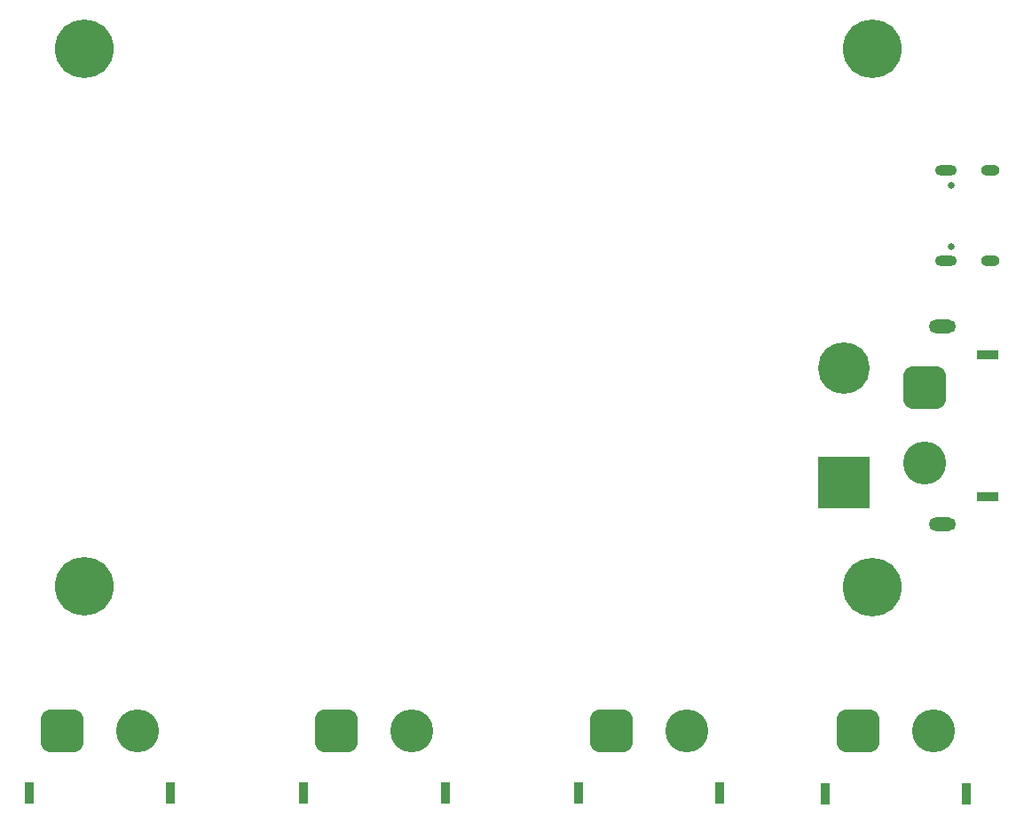
<source format=gbr>
%TF.GenerationSoftware,KiCad,Pcbnew,7.0.6-0*%
%TF.CreationDate,2023-08-19T14:39:05+10:00*%
%TF.ProjectId,rear_screen,72656172-5f73-4637-9265-656e2e6b6963,0*%
%TF.SameCoordinates,Original*%
%TF.FileFunction,Soldermask,Bot*%
%TF.FilePolarity,Negative*%
%FSLAX46Y46*%
G04 Gerber Fmt 4.6, Leading zero omitted, Abs format (unit mm)*
G04 Created by KiCad (PCBNEW 7.0.6-0) date 2023-08-19 14:39:05*
%MOMM*%
%LPD*%
G01*
G04 APERTURE LIST*
G04 Aperture macros list*
%AMRoundRect*
0 Rectangle with rounded corners*
0 $1 Rounding radius*
0 $2 $3 $4 $5 $6 $7 $8 $9 X,Y pos of 4 corners*
0 Add a 4 corners polygon primitive as box body*
4,1,4,$2,$3,$4,$5,$6,$7,$8,$9,$2,$3,0*
0 Add four circle primitives for the rounded corners*
1,1,$1+$1,$2,$3*
1,1,$1+$1,$4,$5*
1,1,$1+$1,$6,$7*
1,1,$1+$1,$8,$9*
0 Add four rect primitives between the rounded corners*
20,1,$1+$1,$2,$3,$4,$5,0*
20,1,$1+$1,$4,$5,$6,$7,0*
20,1,$1+$1,$6,$7,$8,$9,0*
20,1,$1+$1,$8,$9,$2,$3,0*%
G04 Aperture macros list end*
%ADD10R,0.900000X2.000000*%
%ADD11RoundRect,1.025000X1.025000X1.025000X-1.025000X1.025000X-1.025000X-1.025000X1.025000X-1.025000X0*%
%ADD12C,4.100000*%
%ADD13C,5.600000*%
%ADD14C,0.650000*%
%ADD15O,2.100000X1.000000*%
%ADD16O,1.800000X1.000000*%
%ADD17C,4.916000*%
%ADD18R,4.916000X4.916000*%
%ADD19O,2.600000X1.300000*%
%ADD20R,2.000000X0.900000*%
%ADD21RoundRect,1.025000X-1.025000X1.025000X-1.025000X-1.025000X1.025000X-1.025000X1.025000X1.025000X0*%
G04 APERTURE END LIST*
D10*
%TO.C,J2*%
X98400000Y-139000000D03*
X84900000Y-139000000D03*
D11*
X88050000Y-133000000D03*
D12*
X95250000Y-133000000D03*
%TD*%
D13*
%TO.C,H1*%
X90150000Y-67960000D03*
%TD*%
D10*
%TO.C,J4*%
X150800000Y-139000000D03*
X137300000Y-139000000D03*
D11*
X140450000Y-133000000D03*
D12*
X147650000Y-133000000D03*
%TD*%
D14*
%TO.C,J13*%
X172920000Y-86770000D03*
X172920000Y-80990000D03*
D15*
X172400000Y-88200000D03*
D16*
X176600000Y-88200000D03*
D15*
X172400000Y-79560000D03*
D16*
X176600000Y-79560000D03*
%TD*%
D10*
%TO.C,J5*%
X174350000Y-139050000D03*
X160850000Y-139050000D03*
D11*
X164000000Y-133050000D03*
D12*
X171200000Y-133050000D03*
%TD*%
D17*
%TO.C,J6*%
X162600000Y-98400000D03*
D18*
X162600000Y-109300000D03*
D19*
X172000000Y-113300000D03*
X172000000Y-94400000D03*
%TD*%
D13*
%TO.C,H3*%
X165370000Y-119300000D03*
%TD*%
D20*
%TO.C,J1*%
X176350000Y-97150000D03*
X176350000Y-110650000D03*
D21*
X170350000Y-100300000D03*
D12*
X170350000Y-107500000D03*
%TD*%
D13*
%TO.C,H2*%
X165339531Y-67939531D03*
%TD*%
D10*
%TO.C,J3*%
X124600000Y-139000000D03*
X111100000Y-139000000D03*
D11*
X114250000Y-133000000D03*
D12*
X121450000Y-133000000D03*
%TD*%
D13*
%TO.C,H4*%
X90160000Y-119260000D03*
%TD*%
M02*

</source>
